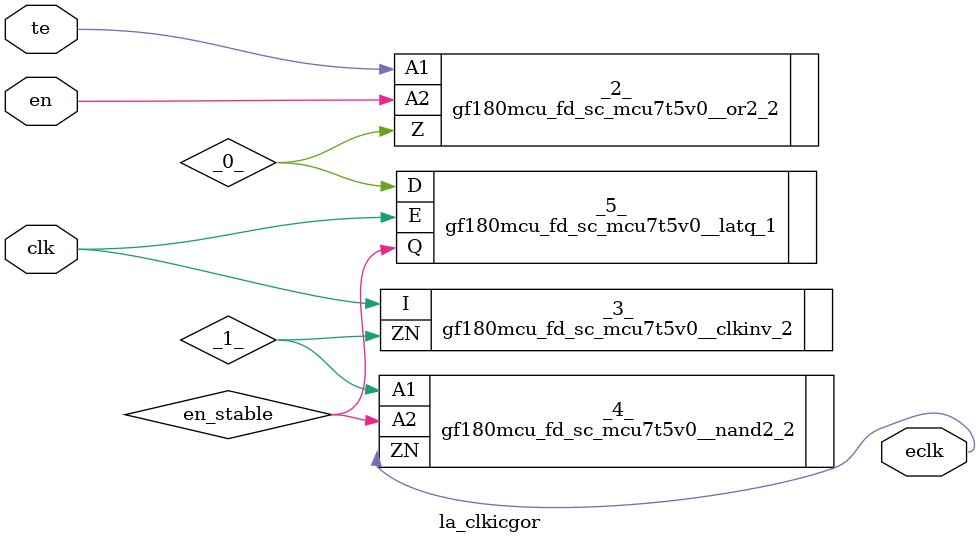
<source format=v>

/* Generated by Yosys 0.37 (git sha1 a5c7f69ed, clang 14.0.0-1ubuntu1.1 -fPIC -Os) */

module la_clkicgor(clk, te, en, eclk);
  wire _0_;
  wire _1_;
  input clk;
  wire clk;
  output eclk;
  wire eclk;
  input en;
  wire en;
  wire en_stable;
  input te;
  wire te;
  gf180mcu_fd_sc_mcu7t5v0__or2_2 _2_ (
    .A1(te),
    .A2(en),
    .Z(_0_)
  );
  gf180mcu_fd_sc_mcu7t5v0__clkinv_2 _3_ (
    .I(clk),
    .ZN(_1_)
  );
  gf180mcu_fd_sc_mcu7t5v0__nand2_2 _4_ (
    .A1(_1_),
    .A2(en_stable),
    .ZN(eclk)
  );
  gf180mcu_fd_sc_mcu7t5v0__latq_1 _5_ (
    .D(_0_),
    .E(clk),
    .Q(en_stable)
  );
endmodule

</source>
